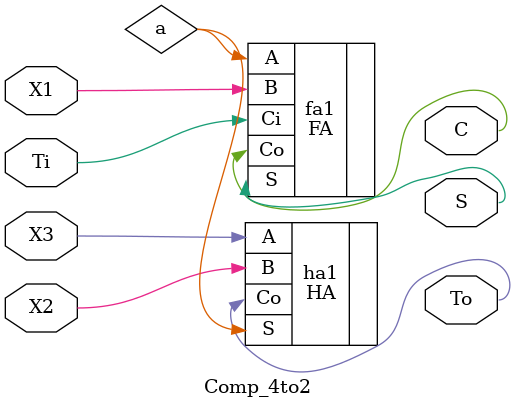
<source format=sv>

module Comp_4to2 (X1,X2,X3,Ti,C,S,To);

input Ti, X1, X2, X3;
output C, S, To; 

wire a;

   //Half adder
   HA ha1 (.A (X3),
	       .B (X2),
	       .Co (To),
	       .S (a));

   //Full adder
   FA fa1 (.A (a),
           .B (X1),
	       .Ci (Ti),
           .Co (C),
           .S (S));
 
endmodule

</source>
